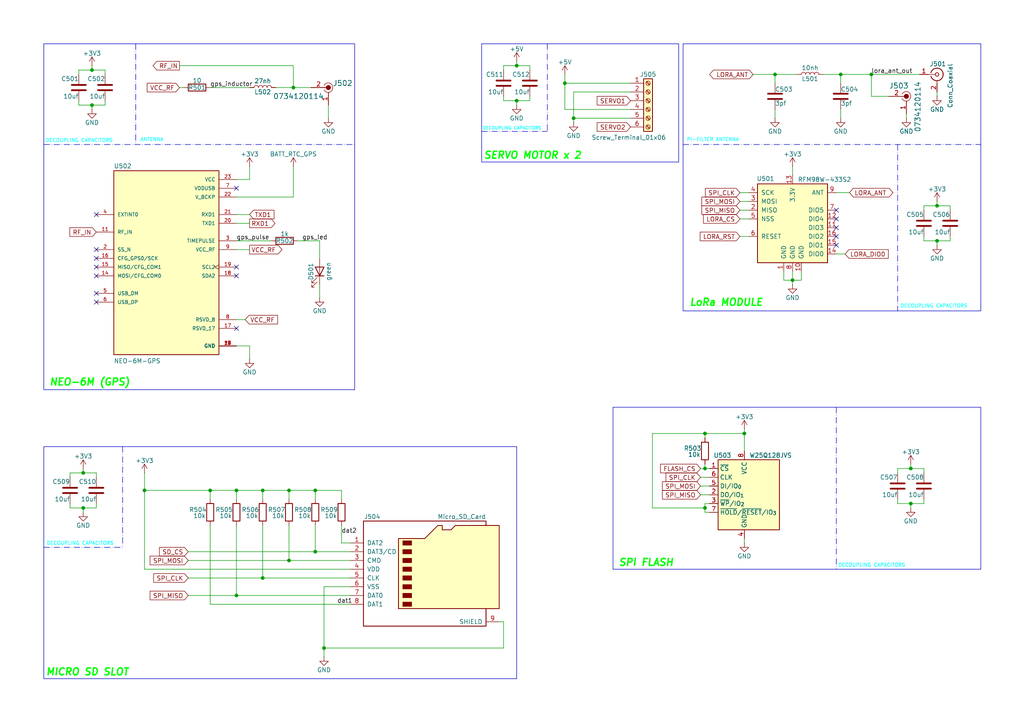
<source format=kicad_sch>
(kicad_sch (version 20250114) (generator "eeschema") (generator_version "9.0")
  (paper "A4")
  (title_block (title "VECTRON-V1") (date "2025-06-13") (rev "1.0.0") (company "Drawn by :- Arudhran"))
  (lib_symbols
    (symbol "Connector:Conn_Coaxial" (pin_names (offset 1.016) (hide yes))
      (property "Reference" "J" (at 0.254 3.048 0))
      (property "Value" "Conn_Coaxial" (at 2.921 0 90))
      (symbol "Conn_Coaxial_0_1"
        (polyline (pts (xy -2.54 0) (xy -0.508 0)))
        (arc (start 1.778 0) (mid 0.222 -1.8079) (end -1.778 -0.508) (stroke (width 0.254)))
        (arc (start -1.778 0.508) (mid 0.2221 1.8084) (end 1.778 0) (stroke (width 0.254)))
        (circle (center 0 0) (radius 0.508) (stroke (width 0.2032)))
        (polyline (pts (xy 0 -2.54) (xy 0 -1.778)))
      )
      (symbol "Conn_Coaxial_1_1"
        (pin passive line (at -5.08 0 0) (length 2.54) (name "In") (number "1"))
        (pin passive line (at 0 -5.08 90) (length 2.54) (name "Ext") (number "2"))
      )
    )
    (symbol "Connector:Micro_SD_Card" (pin_names (offset 1.016))
      (property "Reference" "J" (at -16.51 15.24 0))
      (property "Value" "Micro_SD_Card" (at 16.51 15.24 0))
      (symbol "Micro_SD_Card_0_1"
        (polyline (pts (xy -8.89 -11.43) (xy -8.89 8.89) (xy -1.27 8.89) (xy 2.54 12.7) (xy 3.81 12.7) (xy 3.81 11.43) (xy 6.35 11.43) (xy 7.62 12.7) (xy 20.32 12.7) (xy 20.32 -11.43) (xy -8.89 -11.43)) (stroke (width 0.254)) (fill (type background)))
        (rectangle (start -7.62 8.255) (end -5.08 6.985) (fill (type outline)))
        (rectangle (start -7.62 5.715) (end -5.08 4.445) (fill (type outline)))
        (rectangle (start -7.62 3.175) (end -5.08 1.905) (fill (type outline)))
        (rectangle (start -7.62 0.635) (end -5.08 -0.635) (fill (type outline)))
        (rectangle (start -7.62 -1.905) (end -5.08 -3.175) (fill (type outline)))
        (rectangle (start -7.62 -4.445) (end -5.08 -5.715) (fill (type outline)))
        (rectangle (start -7.62 -6.985) (end -5.08 -8.255) (fill (type outline)))
        (rectangle (start -7.62 -9.525) (end -5.08 -10.795) (fill (type outline)))
        (polyline (pts (xy 16.51 12.7) (xy 16.51 13.97) (xy -19.05 13.97) (xy -19.05 -16.51) (xy 16.51 -16.51) (xy 16.51 -11.43)) (stroke (width 0.254)))
      )
      (symbol "Micro_SD_Card_1_1"
        (pin bidirectional line (at -22.86 7.62 0) (length 3.81) (name "DAT2") (number "1"))
        (pin bidirectional line (at -22.86 5.08 0) (length 3.81) (name "DAT3/CD") (number "2"))
        (pin input line (at -22.86 2.54 0) (length 3.81) (name "CMD") (number "3"))
        (pin power_in line (at -22.86 0 0) (length 3.81) (name "VDD") (number "4"))
        (pin input line (at -22.86 -2.54 0) (length 3.81) (name "CLK") (number "5"))
        (pin power_in line (at -22.86 -5.08 0) (length 3.81) (name "VSS") (number "6"))
        (pin bidirectional line (at -22.86 -7.62 0) (length 3.81) (name "DAT0") (number "7"))
        (pin bidirectional line (at -22.86 -10.16 0) (length 3.81) (name "DAT1") (number "8"))
        (pin passive line (at 20.32 -15.24 180) (length 3.81) (name "SHIELD") (number "9"))
      )
    )
    (symbol "Connector:Screw_Terminal_01x06" (pin_names (offset 1.016) (hide yes))
      (property "Reference" "J" (at 0 7.62 0))
      (property "Value" "Screw_Terminal_01x06" (at 0 -10.16 0))
      (symbol "Screw_Terminal_01x06_1_1"
        (rectangle (start -1.27 6.35) (end 1.27 -8.89) (stroke (width 0.254)) (fill (type background)))
        (polyline (pts (xy -0.5334 5.4102) (xy 0.3302 4.572)) (stroke (width 0.1524)))
        (polyline (pts (xy -0.5334 2.8702) (xy 0.3302 2.032)) (stroke (width 0.1524)))
        (polyline (pts (xy -0.5334 0.3302) (xy 0.3302 -0.508)) (stroke (width 0.1524)))
        (polyline (pts (xy -0.5334 -2.2098) (xy 0.3302 -3.048)) (stroke (width 0.1524)))
        (polyline (pts (xy -0.5334 -4.7498) (xy 0.3302 -5.588)) (stroke (width 0.1524)))
        (polyline (pts (xy -0.5334 -7.2898) (xy 0.3302 -8.128)) (stroke (width 0.1524)))
        (polyline (pts (xy -0.3556 5.588) (xy 0.508 4.7498)) (stroke (width 0.1524)))
        (polyline (pts (xy -0.3556 3.048) (xy 0.508 2.2098)) (stroke (width 0.1524)))
        (polyline (pts (xy -0.3556 0.508) (xy 0.508 -0.3302)) (stroke (width 0.1524)))
        (polyline (pts (xy -0.3556 -2.032) (xy 0.508 -2.8702)) (stroke (width 0.1524)))
        (polyline (pts (xy -0.3556 -4.572) (xy 0.508 -5.4102)) (stroke (width 0.1524)))
        (polyline (pts (xy -0.3556 -7.112) (xy 0.508 -7.9502)) (stroke (width 0.1524)))
        (circle (center 0 5.08) (radius 0.635) (stroke (width 0.1524)))
        (circle (center 0 2.54) (radius 0.635) (stroke (width 0.1524)))
        (circle (center 0 0) (radius 0.635) (stroke (width 0.1524)))
        (circle (center 0 -2.54) (radius 0.635) (stroke (width 0.1524)))
        (circle (center 0 -5.08) (radius 0.635) (stroke (width 0.1524)))
        (circle (center 0 -7.62) (radius 0.635) (stroke (width 0.1524)))
        (pin passive line (at -5.08 5.08 0) (length 3.81) (name "Pin_1") (number "1"))
        (pin passive line (at -5.08 2.54 0) (length 3.81) (name "Pin_2") (number "2"))
        (pin passive line (at -5.08 0 0) (length 3.81) (name "Pin_3") (number "3"))
        (pin passive line (at -5.08 -2.54 0) (length 3.81) (name "Pin_4") (number "4"))
        (pin passive line (at -5.08 -5.08 0) (length 3.81) (name "Pin_5") (number "5"))
        (pin passive line (at -5.08 -7.62 0) (length 3.81) (name "Pin_6") (number "6"))
      )
    )
    (symbol "Device:C" (pin_numbers (hide yes)) (pin_names (offset 0.254))
      (property "Reference" "C" (at 0.635 2.54 0))
      (property "Value" "C" (at 0.635 -2.54 0))
      (symbol "C_0_1"
        (polyline (pts (xy -2.032 0.762) (xy 2.032 0.762)) (stroke (width 0.508)))
        (polyline (pts (xy -2.032 -0.762) (xy 2.032 -0.762)) (stroke (width 0.508)))
      )
      (symbol "C_1_1"
        (pin passive line (at 0 3.81 270) (length 2.794) (name "~") (number "1"))
        (pin passive line (at 0 -3.81 90) (length 2.794) (name "~") (number "2"))
      )
    )
    (symbol "Device:L" (pin_numbers (hide yes)) (pin_names (offset 1.016) (hide yes))
      (property "Reference" "L" (at -1.27 0 90))
      (property "Value" "L" (at 1.905 0 90))
      (symbol "L_0_1"
        (arc (start 0 2.54) (mid 0.6323 1.905) (end 0 1.27))
        (arc (start 0 1.27) (mid 0.6323 0.635) (end 0 0))
        (arc (start 0 0) (mid 0.6323 -0.635) (end 0 -1.27))
        (arc (start 0 -1.27) (mid 0.6323 -1.905) (end 0 -2.54))
      )
      (symbol "L_1_1"
        (pin passive line (at 0 3.81 270) (length 1.27) (name "1") (number "1"))
        (pin passive line (at 0 -3.81 90) (length 1.27) (name "2") (number "2"))
      )
    )
    (symbol "Device:LED" (pin_numbers (hide yes)) (pin_names (offset 1.016) (hide yes))
      (property "Reference" "D" (at 0 2.54 0))
      (property "Value" "LED" (at 0 -2.54 0))
      (symbol "LED_0_1"
        (polyline (pts (xy -3.048 -0.762) (xy -4.572 -2.286) (xy -3.81 -2.286) (xy -4.572 -2.286) (xy -4.572 -1.524)))
        (polyline (pts (xy -1.778 -0.762) (xy -3.302 -2.286) (xy -2.54 -2.286) (xy -3.302 -2.286) (xy -3.302 -1.524)))
        (polyline (pts (xy -1.27 0) (xy 1.27 0)))
        (polyline (pts (xy -1.27 -1.27) (xy -1.27 1.27)) (stroke (width 0.254)))
        (polyline (pts (xy 1.27 -1.27) (xy 1.27 1.27) (xy -1.27 0) (xy 1.27 -1.27)) (stroke (width 0.254)))
      )
      (symbol "LED_1_1"
        (pin passive line (at -3.81 0 0) (length 2.54) (name "K") (number "1"))
        (pin passive line (at 3.81 0 180) (length 2.54) (name "A") (number "2"))
      )
    )
    (symbol "Device:R" (pin_numbers (hide yes)) (pin_names (offset 0))
      (property "Reference" "R" (at 2.032 0 90))
      (property "Value" "R" (at 0 0 90))
      (symbol "R_0_1"
        (rectangle (start -1.016 -2.54) (end 1.016 2.54) (stroke (width 0.254)))
      )
      (symbol "R_1_1"
        (pin passive line (at 0 3.81 270) (length 1.27) (name "~") (number "1"))
        (pin passive line (at 0 -3.81 90) (length 1.27) (name "~") (number "2"))
      )
    )
    (symbol "Memory_Flash:W25Q128JVS"
      (property "Reference" "U" (at -6.35 11.43 0))
      (property "Value" "W25Q128JVS" (at 7.62 11.43 0))
      (symbol "W25Q128JVS_0_1"
        (rectangle (start -7.62 10.16) (end 10.16 -10.16) (stroke (width 0.254)) (fill (type background)))
      )
      (symbol "W25Q128JVS_1_1"
        (pin input line (at -10.16 7.62 0) (length 2.54) (name "~{CS}") (number "1"))
        (pin input line (at -10.16 5.08 0) (length 2.54) (name "CLK") (number "6"))
        (pin bidirectional line (at -10.16 2.54 0) (length 2.54) (name "DI/IO_{0}") (number "5"))
        (pin bidirectional line (at -10.16 0 0) (length 2.54) (name "DO/IO_{1}") (number "2"))
        (pin bidirectional line (at -10.16 -2.54 0) (length 2.54) (name "~{WP}/IO_{2}") (number "3"))
        (pin bidirectional line (at -10.16 -5.08 0) (length 2.54) (name "~{HOLD}/~{RESET}/IO_{3}") (number "7"))
        (pin power_in line (at 0 12.7 270) (length 2.54) (name "VCC") (number "8"))
        (pin power_in line (at 0 -12.7 90) (length 2.54) (name "GND") (number "4"))
      )
    )
    (symbol "NEO-6M-GPS:NEO-6M-GPS" (pin_names (offset 1.016))
      (property "Reference" "U" (at -15.2439 26.0408 0))
      (property "Value" "NEO-6M-GPS" (at -15.2445 -30.4874 0))
      (symbol "NEO-6M-GPS_0_0"
        (rectangle (start -15.24 -27.94) (end 15.24 25.4) (stroke (width 0.254)) (fill (type background)))
        (pin input line (at -20.32 12.7 0) (length 5.08) (name "EXTINT0") (number "4"))
        (pin input line (at -20.32 7.62 0) (length 5.08) (name "RF_IN") (number "11"))
        (pin input line (at -20.32 2.54 0) (length 5.08) (name "SS_N") (number "2"))
        (pin input line (at -20.32 0 0) (length 5.08) (name "CFG_GPS0/SCK") (number "16"))
        (pin input line (at -20.32 -2.54 0) (length 5.08) (name "MISO/CFG_COM1") (number "15"))
        (pin bidirectional line (at -20.32 -5.08 0) (length 5.08) (name "MOSI/CFG_COM0") (number "14"))
        (pin bidirectional line (at -20.32 -10.16 0) (length 5.08) (name "USB_DM") (number "5"))
        (pin bidirectional line (at -20.32 -12.7 0) (length 5.08) (name "USB_DP") (number "6"))
        (pin power_in line (at 20.32 22.86 180) (length 5.08) (name "VCC") (number "23"))
        (pin power_in line (at 20.32 20.32 180) (length 5.08) (name "VDDUSB") (number "7"))
        (pin power_in line (at 20.32 17.78 180) (length 5.08) (name "V_BCKP") (number "22"))
        (pin input line (at 20.32 12.7 180) (length 5.08) (name "RXD1") (number "21"))
        (pin output line (at 20.32 10.16 180) (length 5.08) (name "TXD1") (number "20"))
        (pin output line (at 20.32 5.08 180) (length 5.08) (name "TIMEPULSE") (number "3"))
        (pin output line (at 20.32 2.54 180) (length 5.08) (name "VCC_RF") (number "9"))
        (pin bidirectional clock (at 20.32 -2.54 180) (length 5.08) (name "SCL2") (number "19"))
        (pin bidirectional line (at 20.32 -5.08 180) (length 5.08) (name "SDA2") (number "18"))
        (pin passive line (at 20.32 -17.78 180) (length 5.08) (name "RSVD_8") (number "8"))
        (pin passive line (at 20.32 -20.32 180) (length 5.08) (name "RSVD_17") (number "17"))
        (pin power_in line (at 20.32 -25.4 180) (length 5.08) (name "GND") (number "10"))
        (pin power_in line (at 20.32 -25.4 180) (length 5.08) (name "GND") (number "12"))
        (pin power_in line (at 20.32 -25.4 180) (length 5.08) (name "GND") (number "13"))
        (pin power_in line (at 20.32 -25.4 180) (length 5.08) (name "GND") (number "24"))
      )
    )
    (symbol "RF_Module:RFM98W-433S2" (pin_names (offset 1.016))
      (property "Reference" "U" (at -10.414 11.684 0))
      (property "Value" "RFM98W-433S2" (at 1.524 11.43 0))
      (symbol "RFM98W-433S2_0_1"
        (rectangle (start -10.16 10.16) (end 10.16 -12.7) (stroke (width 0.254)) (fill (type background)))
      )
      (symbol "RFM98W-433S2_1_1"
        (pin input line (at -12.7 7.62 0) (length 2.54) (name "SCK") (number "4"))
        (pin input line (at -12.7 5.08 0) (length 2.54) (name "MOSI") (number "3"))
        (pin output line (at -12.7 2.54 0) (length 2.54) (name "MISO") (number "2"))
        (pin input line (at -12.7 0 0) (length 2.54) (name "NSS") (number "5"))
        (pin bidirectional line (at -12.7 -5.08 0) (length 2.54) (name "RESET") (number "6"))
        (pin power_in line (at -2.54 -15.24 90) (length 2.54) (name "GND") (number "1"))
        (pin power_in line (at 0 12.7 270) (length 2.54) (name "3.3V") (number "13"))
        (pin power_in line (at 0 -15.24 90) (length 2.54) (name "GND") (number "8"))
        (pin power_in line (at 2.54 -15.24 90) (length 2.54) (name "GND") (number "10"))
        (pin bidirectional line (at 12.7 7.62 180) (length 2.54) (name "ANT") (number "9"))
        (pin bidirectional line (at 12.7 2.54 180) (length 2.54) (name "DIO5") (number "7"))
        (pin bidirectional line (at 12.7 0 180) (length 2.54) (name "DIO4") (number "12"))
        (pin bidirectional line (at 12.7 -2.54 180) (length 2.54) (name "DIO3") (number "11"))
        (pin bidirectional line (at 12.7 -5.08 180) (length 2.54) (name "DIO2") (number "16"))
        (pin bidirectional line (at 12.7 -7.62 180) (length 2.54) (name "DIO1") (number "15"))
        (pin bidirectional line (at 12.7 -10.16 180) (length 2.54) (name "DIO0") (number "14"))
      )
    )
    (symbol "dk_Coaxial-Connectors-RF:0734120114" (pin_names (offset 1.016))
      (property "Reference" "J" (at -1.27 1.27 0))
      (property "Value" "0734120114" (at 1.27 -2.54 0))
      (symbol "0734120114_0_1"
        (circle (center 0 0) (radius 0.635) (fill (type outline)))
        (arc (start 1.27 -0.635) (mid -0.2751 -1.349) (end -1.27 0))
        (arc (start -1.27 0) (mid -0.251 1.3315) (end 1.27 0.635))
      )
      (symbol "0734120114_1_1"
        (pin passive line (at 0 -5.08 90) (length 3.683) (name "~") (number "1"))
        (pin passive line (at 5.08 0 180) (length 4.445) (name "~") (number "2"))
      )
    )
    (symbol "power:+3V3" (power) (pin_numbers (hide yes)) (pin_names (offset 0) (hide yes))
      (property "Value" "+3V3" (at 0 3.556 0))
      (symbol "+3V3_0_1"
        (polyline (pts (xy -0.762 1.27) (xy 0 2.54)))
        (polyline (pts (xy 0 2.54) (xy 0.762 1.27)))
        (polyline (pts (xy 0 0) (xy 0 2.54)))
      )
      (symbol "+3V3_1_1"
        (pin power_in line (at 0 0 90) (length 0) (name "~") (number "1"))
      )
    )
    (symbol "power:+5V" (power) (pin_numbers (hide yes)) (pin_names (offset 0) (hide yes))
      (property "Value" "+5V" (at 0 3.556 0))
      (symbol "+5V_0_1"
        (polyline (pts (xy -0.762 1.27) (xy 0 2.54)))
        (polyline (pts (xy 0 2.54) (xy 0.762 1.27)))
        (polyline (pts (xy 0 0) (xy 0 2.54)))
      )
      (symbol "+5V_1_1"
        (pin power_in line (at 0 0 90) (length 0) (name "~") (number "1"))
      )
    )
    (symbol "power:GND" (power) (pin_numbers (hide yes)) (pin_names (offset 0) (hide yes))
      (property "Value" "GND" (at 0 -3.81 0))
      (symbol "GND_0_1"
        (polyline (pts (xy 0 0) (xy 0 -1.27) (xy 1.27 -1.27) (xy 0 -2.54) (xy -1.27 -1.27) (xy 0 -1.27)))
      )
      (symbol "GND_1_1"
        (pin power_in line (at 0 0 270) (length 0) (name "~") (number "1"))
      )
    )
    (symbol "power:VBUS" (power) (pin_numbers (hide yes)) (pin_names (offset 0) (hide yes))
      (property "Value" "VBUS" (at 0 3.556 0))
      (symbol "VBUS_0_1"
        (polyline (pts (xy -0.762 1.27) (xy 0 2.54)))
        (polyline (pts (xy 0 2.54) (xy 0.762 1.27)))
        (polyline (pts (xy 0 0) (xy 0 2.54)))
      )
      (symbol "VBUS_1_1"
        (pin power_in line (at 0 0 90) (length 0) (name "~") (number "1"))
      )
    )
  )
  (rectangle (start 139.7 12.7) (end 196.85 46.99))
  (rectangle (start 12.7 12.7) (end 102.87 113.03))
  (rectangle (start 12.7 129.54) (end 149.86 196.85))
  (rectangle (start 177.8 118.11) (end 284.48 165.1))
  (rectangle (start 198.12 12.7) (end 284.48 90.17))
  (text "DECOUPLING CAPACITORS" (at 13.462 157.734 0) (effects (font (size 1.016 1.016)) (justify left)))
  (text "LoRa MODULE" (at 199.898 87.884 0) (effects (font (size 2.032 2.032) (bold yes) (italic yes)) (justify left)))
  (text "DECOUPLING CAPACITORS" (at 243.078 164.084 0) (effects (font (size 1.016 1.016)) (justify left)))
  (text "MICRO SD SLOT\n" (at 13.208 195.072 0) (effects (font (size 2.032 2.032) (bold yes) (italic yes)) (justify left)))
  (text "DECOUPLING CAPACITORS" (at 261.112 88.9 0) (effects (font (size 1.016 1.016)) (justify left)))
  (text "PI-FILTER ANTENNA" (at 199.136 40.64 0) (effects (font (size 1.016 1.016)) (justify left)))
  (text "NEO-6M (GPS)" (at 14.224 110.998 0) (effects (font (size 2.032 2.032) (bold yes) (italic yes)) (justify left)))
  (text "SERVO MOTOR x 2\n" (at 140.208 45.212 0) (effects (font (size 2.032 2.032) (bold yes) (italic yes)) (justify left)))
  (text "DECOUPLING CAPACITORS" (at 139.954 37.338 0) (effects (font (size 0.889 0.889)) (justify left)))
  (text "DECOUPLING CAPACITORS" (at 13.208 40.894 0) (effects (font (size 1.016 1.016)) (justify left)))
  (text "ANTENNA\n" (at 40.64 40.64 0) (effects (font (size 1.016 1.016)) (justify left)))
  (text "SPI FLASH" (at 179.324 163.322 0) (effects (font (size 2.032 2.032) (bold yes) (italic yes)) (justify left)))
  (junction (at 204.47 135.89))
  (junction (at 60.96 142.24))
  (junction (at 26.67 20.32))
  (junction (at 215.9 125.73))
  (junction (at 243.84 21.59))
  (junction (at 26.67 30.48))
  (junction (at 85.09 25.4))
  (junction (at 41.91 142.24))
  (junction (at 264.16 146.05))
  (junction (at 149.86 29.21))
  (junction (at 271.78 69.85))
  (junction (at 149.86 19.05))
  (junction (at 76.2 142.24))
  (junction (at 163.83 24.13))
  (junction (at 83.82 142.24))
  (junction (at 204.47 147.32))
  (junction (at 68.58 142.24))
  (junction (at 83.82 162.56))
  (junction (at 271.78 59.69))
  (junction (at 93.98 187.96))
  (junction (at 229.87 81.28))
  (junction (at 68.58 172.72))
  (junction (at 91.44 160.02))
  (junction (at 166.37 34.29))
  (junction (at 24.13 147.32))
  (junction (at 24.13 137.16))
  (junction (at 91.44 142.24))
  (junction (at 264.16 135.89))
  (junction (at 204.47 125.73))
  (junction (at 76.2 167.64))
  (junction (at 252.73 21.59))
  (junction (at 224.79 21.59))
  (no_connect (at 68.58 54.61))
  (no_connect (at 27.94 74.93))
  (no_connect (at 27.94 85.09))
  (no_connect (at 27.94 80.01))
  (no_connect (at 242.57 66.04))
  (no_connect (at 242.57 71.12))
  (no_connect (at 242.57 68.58))
  (no_connect (at 68.58 95.25))
  (no_connect (at 68.58 80.01))
  (no_connect (at 242.57 63.5))
  (no_connect (at 27.94 62.23))
  (no_connect (at 27.94 77.47))
  (no_connect (at 27.94 72.39))
  (no_connect (at 68.58 77.47))
  (no_connect (at 242.57 60.96))
  (no_connect (at 27.94 87.63))
  (wire (pts (xy 41.91 137.16) (xy 41.91 142.24)))
  (wire (pts (xy 24.13 137.16) (xy 27.94 137.16)))
  (wire (pts (xy 203.2 140.97) (xy 205.74 140.97)))
  (wire (pts (xy 243.84 31.75) (xy 243.84 34.29)))
  (wire (pts (xy 24.13 147.32) (xy 27.94 147.32)))
  (wire (pts (xy 166.37 34.29) (xy 166.37 35.56)))
  (polyline (pts (xy 35.56 129.54) (xy 35.56 158.75)) (stroke (width 0) (type dash_dot)))
  (wire (pts (xy 85.09 25.4) (xy 90.17 25.4)))
  (wire (pts (xy 68.58 69.85) (xy 78.74 69.85)))
  (wire (pts (xy 264.16 135.89) (xy 267.97 135.89)))
  (wire (pts (xy 30.48 29.21) (xy 30.48 30.48)))
  (wire (pts (xy 252.73 27.94) (xy 257.81 27.94)))
  (wire (pts (xy 149.86 29.21) (xy 149.86 30.48)))
  (wire (pts (xy 146.05 29.21) (xy 149.86 29.21)))
  (wire (pts (xy 85.09 19.05) (xy 85.09 25.4)))
  (wire (pts (xy 146.05 187.96) (xy 93.98 187.96)))
  (polyline (pts (xy 12.7 158.75) (xy 35.56 158.75)) (stroke (width 0) (type dash_dot)))
  (wire (pts (xy 204.47 146.05) (xy 204.47 147.32)))
  (wire (pts (xy 229.87 82.55) (xy 229.87 81.28)))
  (wire (pts (xy 26.67 30.48) (xy 30.48 30.48)))
  (wire (pts (xy 149.86 29.21) (xy 153.67 29.21)))
  (wire (pts (xy 232.41 78.74) (xy 232.41 81.28)))
  (wire (pts (xy 215.9 156.21) (xy 215.9 157.48)))
  (wire (pts (xy 93.98 187.96) (xy 93.98 190.5)))
  (wire (pts (xy 204.47 134.62) (xy 204.47 135.89)))
  (wire (pts (xy 68.58 57.15) (xy 85.09 57.15)))
  (wire (pts (xy 214.63 63.5) (xy 217.17 63.5)))
  (wire (pts (xy 101.6 170.18) (xy 93.98 170.18)))
  (wire (pts (xy 83.82 142.24) (xy 91.44 142.24)))
  (wire (pts (xy 20.32 146.05) (xy 20.32 147.32)))
  (wire (pts (xy 215.9 124.46) (xy 215.9 125.73)))
  (wire (pts (xy 54.61 160.02) (xy 91.44 160.02)))
  (wire (pts (xy 218.44 21.59) (xy 224.79 21.59)))
  (wire (pts (xy 54.61 167.64) (xy 76.2 167.64)))
  (wire (pts (xy 214.63 60.96) (xy 217.17 60.96)))
  (wire (pts (xy 91.44 142.24) (xy 99.06 142.24)))
  (wire (pts (xy 22.86 20.32) (xy 26.67 20.32)))
  (wire (pts (xy 204.47 135.89) (xy 205.74 135.89)))
  (wire (pts (xy 149.86 19.05) (xy 146.05 19.05)))
  (wire (pts (xy 72.39 52.07) (xy 72.39 48.26)))
  (wire (pts (xy 163.83 24.13) (xy 182.88 24.13)))
  (wire (pts (xy 86.36 69.85) (xy 92.71 69.85)))
  (wire (pts (xy 146.05 180.34) (xy 146.05 187.96)))
  (wire (pts (xy 224.79 21.59) (xy 231.14 21.59)))
  (polyline (pts (xy 139.7 38.1) (xy 158.75 38.1)) (stroke (width 0) (type dash_dot)))
  (wire (pts (xy 22.86 20.32) (xy 22.86 21.59)))
  (wire (pts (xy 68.58 100.33) (xy 72.39 100.33)))
  (wire (pts (xy 22.86 29.21) (xy 22.86 30.48)))
  (wire (pts (xy 242.57 73.66) (xy 245.11 73.66)))
  (wire (pts (xy 85.09 48.26) (xy 85.09 57.15)))
  (wire (pts (xy 203.2 143.51) (xy 205.74 143.51)))
  (wire (pts (xy 91.44 152.4) (xy 91.44 160.02)))
  (wire (pts (xy 83.82 152.4) (xy 83.82 162.56)))
  (wire (pts (xy 204.47 125.73) (xy 204.47 127)))
  (wire (pts (xy 267.97 135.89) (xy 267.97 137.16)))
  (wire (pts (xy 189.23 125.73) (xy 204.47 125.73)))
  (wire (pts (xy 149.86 17.78) (xy 149.86 19.05)))
  (wire (pts (xy 242.57 55.88) (xy 246.38 55.88)))
  (wire (pts (xy 68.58 62.23) (xy 72.39 62.23)))
  (wire (pts (xy 24.13 135.89) (xy 24.13 137.16)))
  (wire (pts (xy 68.58 172.72) (xy 101.6 172.72)))
  (wire (pts (xy 27.94 146.05) (xy 27.94 147.32)))
  (wire (pts (xy 271.78 58.42) (xy 271.78 59.69)))
  (wire (pts (xy 24.13 147.32) (xy 24.13 148.59)))
  (wire (pts (xy 20.32 137.16) (xy 24.13 137.16)))
  (wire (pts (xy 146.05 29.21) (xy 146.05 27.94)))
  (wire (pts (xy 275.59 59.69) (xy 275.59 60.96)))
  (wire (pts (xy 264.16 134.62) (xy 264.16 135.89)))
  (wire (pts (xy 83.82 142.24) (xy 83.82 144.78)))
  (wire (pts (xy 20.32 147.32) (xy 24.13 147.32)))
  (wire (pts (xy 153.67 19.05) (xy 153.67 20.32)))
  (wire (pts (xy 189.23 147.32) (xy 189.23 125.73)))
  (polyline (pts (xy 198.12 41.91) (xy 284.48 41.91)) (stroke (width 0) (type dash_dot)))
  (wire (pts (xy 271.78 69.85) (xy 271.78 71.12)))
  (wire (pts (xy 26.67 30.48) (xy 26.67 31.75)))
  (wire (pts (xy 260.35 135.89) (xy 260.35 137.16)))
  (wire (pts (xy 54.61 162.56) (xy 83.82 162.56)))
  (wire (pts (xy 166.37 26.67) (xy 166.37 34.29)))
  (wire (pts (xy 60.96 142.24) (xy 60.96 144.78)))
  (wire (pts (xy 26.67 20.32) (xy 30.48 20.32)))
  (wire (pts (xy 68.58 142.24) (xy 76.2 142.24)))
  (wire (pts (xy 68.58 92.71) (xy 71.12 92.71)))
  (wire (pts (xy 76.2 142.24) (xy 76.2 144.78)))
  (wire (pts (xy 227.33 78.74) (xy 227.33 81.28)))
  (wire (pts (xy 260.35 144.78) (xy 260.35 146.05)))
  (wire (pts (xy 72.39 100.33) (xy 72.39 104.14)))
  (wire (pts (xy 214.63 58.42) (xy 217.17 58.42)))
  (wire (pts (xy 92.71 69.85) (xy 92.71 74.93)))
  (wire (pts (xy 252.73 21.59) (xy 252.73 27.94)))
  (wire (pts (xy 95.25 30.48) (xy 95.25 34.29)))
  (wire (pts (xy 163.83 24.13) (xy 163.83 31.75)))
  (wire (pts (xy 227.33 81.28) (xy 229.87 81.28)))
  (wire (pts (xy 264.16 146.05) (xy 264.16 147.32)))
  (wire (pts (xy 163.83 31.75) (xy 182.88 31.75)))
  (wire (pts (xy 68.58 142.24) (xy 68.58 144.78)))
  (wire (pts (xy 205.74 146.05) (xy 204.47 146.05)))
  (wire (pts (xy 271.78 69.85) (xy 275.59 69.85)))
  (wire (pts (xy 163.83 21.59) (xy 163.83 24.13)))
  (wire (pts (xy 99.06 142.24) (xy 99.06 144.78)))
  (wire (pts (xy 99.06 157.48) (xy 101.6 157.48)))
  (wire (pts (xy 267.97 144.78) (xy 267.97 146.05)))
  (wire (pts (xy 22.86 30.48) (xy 26.67 30.48)))
  (wire (pts (xy 224.79 31.75) (xy 224.79 34.29)))
  (wire (pts (xy 232.41 81.28) (xy 229.87 81.28)))
  (wire (pts (xy 203.2 138.43) (xy 205.74 138.43)))
  (polyline (pts (xy 260.35 41.91) (xy 260.35 90.17)) (stroke (width 0) (type dash_dot)))
  (wire (pts (xy 41.91 142.24) (xy 41.91 165.1)))
  (wire (pts (xy 243.84 21.59) (xy 243.84 24.13)))
  (wire (pts (xy 146.05 180.34) (xy 144.78 180.34)))
  (wire (pts (xy 99.06 152.4) (xy 99.06 157.48)))
  (wire (pts (xy 229.87 48.26) (xy 229.87 50.8)))
  (wire (pts (xy 76.2 142.24) (xy 83.82 142.24)))
  (wire (pts (xy 204.47 147.32) (xy 204.47 148.59)))
  (wire (pts (xy 76.2 152.4) (xy 76.2 167.64)))
  (wire (pts (xy 101.6 175.26) (xy 60.96 175.26)))
  (wire (pts (xy 80.01 25.4) (xy 85.09 25.4)))
  (wire (pts (xy 214.63 55.88) (xy 217.17 55.88)))
  (wire (pts (xy 229.87 81.28) (xy 229.87 78.74)))
  (wire (pts (xy 76.2 167.64) (xy 101.6 167.64)))
  (wire (pts (xy 275.59 69.85) (xy 275.59 68.58)))
  (wire (pts (xy 68.58 72.39) (xy 72.39 72.39)))
  (wire (pts (xy 52.07 19.05) (xy 85.09 19.05)))
  (polyline (pts (xy 158.75 12.7) (xy 158.75 38.1)) (stroke (width 0) (type dash_dot)))
  (wire (pts (xy 267.97 69.85) (xy 271.78 69.85)))
  (wire (pts (xy 267.97 59.69) (xy 267.97 60.96)))
  (wire (pts (xy 153.67 29.21) (xy 153.67 27.94)))
  (wire (pts (xy 260.35 146.05) (xy 264.16 146.05)))
  (wire (pts (xy 267.97 59.69) (xy 271.78 59.69)))
  (wire (pts (xy 267.97 68.58) (xy 267.97 69.85)))
  (wire (pts (xy 83.82 162.56) (xy 101.6 162.56)))
  (wire (pts (xy 271.78 26.67) (xy 271.78 27.94)))
  (wire (pts (xy 204.47 147.32) (xy 189.23 147.32)))
  (wire (pts (xy 166.37 34.29) (xy 182.88 34.29)))
  (wire (pts (xy 264.16 146.05) (xy 267.97 146.05)))
  (wire (pts (xy 92.71 82.55) (xy 92.71 86.36)))
  (wire (pts (xy 203.2 135.89) (xy 204.47 135.89)))
  (wire (pts (xy 68.58 64.77) (xy 72.39 64.77)))
  (wire (pts (xy 68.58 52.07) (xy 72.39 52.07)))
  (wire (pts (xy 146.05 20.32) (xy 146.05 19.05)))
  (wire (pts (xy 54.61 172.72) (xy 68.58 172.72)))
  (wire (pts (xy 262.89 33.02) (xy 262.89 34.29)))
  (wire (pts (xy 204.47 148.59) (xy 205.74 148.59)))
  (wire (pts (xy 271.78 59.69) (xy 275.59 59.69)))
  (wire (pts (xy 60.96 25.4) (xy 72.39 25.4)))
  (polyline (pts (xy 39.37 12.7) (xy 39.37 41.91)) (stroke (width 0) (type dash_dot)))
  (wire (pts (xy 182.88 26.67) (xy 166.37 26.67)))
  (wire (pts (xy 20.32 137.16) (xy 20.32 138.43)))
  (wire (pts (xy 91.44 142.24) (xy 91.44 144.78)))
  (wire (pts (xy 60.96 175.26) (xy 60.96 152.4)))
  (polyline (pts (xy 12.7 41.91) (xy 102.87 41.91)) (stroke (width 0) (type dash_dot)))
  (wire (pts (xy 26.67 19.05) (xy 26.67 20.32)))
  (wire (pts (xy 41.91 165.1) (xy 101.6 165.1)))
  (wire (pts (xy 215.9 125.73) (xy 215.9 130.81)))
  (wire (pts (xy 243.84 21.59) (xy 252.73 21.59)))
  (wire (pts (xy 30.48 20.32) (xy 30.48 21.59)))
  (wire (pts (xy 93.98 170.18) (xy 93.98 187.96)))
  (polyline (pts (xy 242.57 118.11) (xy 242.57 165.1)) (stroke (width 0) (type dash_dot)))
  (wire (pts (xy 224.79 21.59) (xy 224.79 24.13)))
  (wire (pts (xy 68.58 152.4) (xy 68.58 172.72)))
  (wire (pts (xy 204.47 125.73) (xy 215.9 125.73)))
  (wire (pts (xy 238.76 21.59) (xy 243.84 21.59)))
  (wire (pts (xy 149.86 19.05) (xy 153.67 19.05)))
  (wire (pts (xy 91.44 160.02) (xy 101.6 160.02)))
  (wire (pts (xy 52.07 25.4) (xy 53.34 25.4)))
  (wire (pts (xy 41.91 142.24) (xy 60.96 142.24)))
  (wire (pts (xy 214.63 68.58) (xy 217.17 68.58)))
  (wire (pts (xy 60.96 142.24) (xy 68.58 142.24)))
  (wire (pts (xy 252.73 21.59) (xy 266.7 21.59)))
  (wire (pts (xy 260.35 135.89) (xy 264.16 135.89)))
  (wire (pts (xy 27.94 137.16) (xy 27.94 138.43)))
  (label "lora_ant_out" (at 252.73 21.59 0))
  (label "gps_pulse" (at 68.58 69.85 0))
  (label "dat1" (at 97.79 175.26 0))
  (label "gps_led" (at 87.63 69.85 0))
  (label "gps_inductor" (at 60.96 25.4 0))
  (label "dat2" (at 99.06 154.94 0))
  (global_label "RF_IN" (shape input) (at 27.94 67.31 180) (property "Intersheetrefs" "${INTERSHEET_REFS}" (effects (hide yes))))
  (global_label "SPI_MISO" (shape input) (at 214.63 60.96 180) (property "Intersheetrefs" "${INTERSHEET_REFS}" (effects (hide yes))))
  (global_label "SPI_CLK" (shape input) (at 203.2 138.43 180) (property "Intersheetrefs" "${INTERSHEET_REFS}" (effects (hide yes))))
  (global_label "LORA_DIO0" (shape input) (at 245.11 73.66 0) (property "Intersheetrefs" "${INTERSHEET_REFS}" (effects (hide yes))))
  (global_label "FLASH_CS" (shape input) (at 203.2 135.89 180) (property "Intersheetrefs" "${INTERSHEET_REFS}" (effects (hide yes))))
  (global_label "SPI_MOSI" (shape input) (at 54.61 162.56 180) (property "Intersheetrefs" "${INTERSHEET_REFS}" (effects (hide yes))))
  (global_label "VCC_RF" (shape output) (at 72.39 72.39 0) (property "Intersheetrefs" "${INTERSHEET_REFS}" (effects (hide yes))))
  (global_label "VCC_RF" (shape input) (at 71.12 92.71 0) (property "Intersheetrefs" "${INTERSHEET_REFS}" (effects (hide yes))))
  (global_label "RXD1" (shape output) (at 72.39 64.77 0) (property "Intersheetrefs" "${INTERSHEET_REFS}" (effects (hide yes))))
  (global_label "TXD1" (shape input) (at 72.39 62.23 0) (property "Intersheetrefs" "${INTERSHEET_REFS}" (effects (hide yes))))
  (global_label "SPI_MISO" (shape input) (at 54.61 172.72 180) (property "Intersheetrefs" "${INTERSHEET_REFS}" (effects (hide yes))))
  (global_label "SPI_CLK" (shape input) (at 214.63 55.88 180) (property "Intersheetrefs" "${INTERSHEET_REFS}" (effects (hide yes))))
  (global_label "LORA_RST" (shape input) (at 214.63 68.58 180) (property "Intersheetrefs" "${INTERSHEET_REFS}" (effects (hide yes))))
  (global_label "SPI_MOSI" (shape input) (at 203.2 140.97 180) (property "Intersheetrefs" "${INTERSHEET_REFS}" (effects (hide yes))))
  (global_label "RF_IN" (shape output) (at 52.07 19.05 180) (property "Intersheetrefs" "${INTERSHEET_REFS}" (effects (hide yes))))
  (global_label "LORA_CS" (shape input) (at 214.63 63.5 180) (property "Intersheetrefs" "${INTERSHEET_REFS}" (effects (hide yes))))
  (global_label "VCC_RF" (shape input) (at 52.07 25.4 180) (property "Intersheetrefs" "${INTERSHEET_REFS}" (effects (hide yes))))
  (global_label "SERVO2" (shape input) (at 182.88 36.83 180) (property "Intersheetrefs" "${INTERSHEET_REFS}" (effects (hide yes))))
  (global_label "LORA_ANT" (shape bidirectional) (at 246.38 55.88 0) (property "Intersheetrefs" "${INTERSHEET_REFS}" (effects (hide yes))))
  (global_label "SPI_CLK" (shape input) (at 54.61 167.64 180) (property "Intersheetrefs" "${INTERSHEET_REFS}" (effects (hide yes))))
  (global_label "LORA_ANT" (shape bidirectional) (at 218.44 21.59 180) (property "Intersheetrefs" "${INTERSHEET_REFS}" (effects (hide yes))))
  (global_label "SD_CS" (shape input) (at 54.61 160.02 180) (property "Intersheetrefs" "${INTERSHEET_REFS}" (effects (hide yes))))
  (global_label "SPI_MOSI" (shape input) (at 214.63 58.42 180) (property "Intersheetrefs" "${INTERSHEET_REFS}" (effects (hide yes))))
  (global_label "SERVO1" (shape input) (at 182.88 29.21 180) (property "Intersheetrefs" "${INTERSHEET_REFS}" (effects (hide yes))))
  (global_label "SPI_MISO" (shape input) (at 203.2 143.51 180) (property "Intersheetrefs" "${INTERSHEET_REFS}" (effects (hide yes))))
  (symbol (lib_id "Device:R") (at 82.55 69.85 90) (unit 1)
    (property "Reference" "R502" (at 82.55 69.85 90))
    (property "Value" "1k" (at 82.55 67.818 90))
    (property "Footprint" "Resistor_SMD:R_0603_1608Metric" (effects (hide yes)))
    (property "Description" "Resistor" (effects (hide yes)))
  )
  (symbol (lib_id "Device:C") (at 22.86 25.4 0) (unit 1)
    (property "Reference" "C501" (at 22.86 22.86 0) (effects (justify right)))
    (property "Value" "10uf" (at 22.86 27.94 0) (effects (justify right)))
    (property "Footprint" "Capacitor_SMD:C_0603_1608Metric" (effects (hide yes)))
    (property "Description" "Unpolarized capacitor" (effects (hide yes)))
  )
  (symbol (lib_id "Device:C") (at 153.67 24.13 0) (unit 1)
    (property "Reference" "C512" (at 153.67 21.59 0) (effects (justify right)))
    (property "Value" "10uf" (at 153.67 26.67 0) (effects (justify right)))
    (property "Footprint" "Capacitor_SMD:C_0603_1608Metric" (effects (hide yes)))
    (property "Description" "Unpolarized capacitor" (effects (hide yes)))
  )
  (symbol (lib_id "Device:R") (at 76.2 148.59 180) (unit 1)
    (property "Reference" "R506" (at 75.184 147.828 0) (effects (justify left)))
    (property "Value" "10k" (at 74.93 149.606 0) (effects (justify left)))
    (property "Footprint" "Resistor_SMD:R_0603_1608Metric" (effects (hide yes)))
    (property "Description" "Resistor" (effects (hide yes)))
  )
  (symbol (lib_id "NEO-6M-GPS:NEO-6M-GPS") (at 48.26 74.93 0) (unit 1)
    (property "Reference" "U502" (at 33.0161 48.8892 0) (effects (justify left bottom)))
    (property "Value" "NEO-6M-GPS" (at 33.0155 105.4174 0) (effects (justify left bottom)))
    (property "Footprint" "NEO-6M-GPS:XCVR_NEO-6M-GPS" (effects (hide yes)))
    (property "MF" "u-blox" (effects (hide yes)))
    (property "Description_1" "GPS Development Tools SparkFun GNSS-RTK Dead Reckoning Breakout - ZED-F9K (Qwiic)" (effects (hide yes)))
    (property "Package" "None" (effects (hide yes)))
    (property "Price" "None" (effects (hide yes)))
    (property "Check_prices" "https://www.snapeda.com/parts/NEO-6M-GPS/u-blox/view-part/?ref=eda" (effects (hide yes)))
    (property "STANDARD" "Manufacturer Recommendations" (effects (hide yes)))
    (property "PARTREV" "R15" (effects (hide yes)))
    (property "SnapEDA_Link" "https://www.snapeda.com/parts/NEO-6M-GPS/u-blox/view-part/?ref=snap" (effects (hide yes)))
    (property "MP" "NEO-6M-GPS" (effects (hide yes)))
    (property "Availability" "Not in stock" (effects (hide yes)))
    (property "MANUFACTURER" "U-Blox" (effects (hide yes)))
  )
  (symbol (lib_id "Device:R") (at 68.58 148.59 180) (unit 1)
    (property "Reference" "R505" (at 67.564 147.828 0) (effects (justify left)))
    (property "Value" "10k" (at 67.31 149.606 0) (effects (justify left)))
    (property "Footprint" "Resistor_SMD:R_0603_1608Metric" (effects (hide yes)))
    (property "Description" "Resistor" (effects (hide yes)))
  )
  (symbol (lib_id "Device:R") (at 99.06 148.59 180) (unit 1)
    (property "Reference" "R509" (at 98.044 147.828 0) (effects (justify left)))
    (property "Value" "10k" (at 97.79 149.606 0) (effects (justify left)))
    (property "Footprint" "Resistor_SMD:R_0603_1608Metric" (effects (hide yes)))
    (property "Description" "Resistor" (effects (hide yes)))
  )
  (symbol (lib_id "Device:C") (at 267.97 140.97 0) (unit 1)
    (property "Reference" "C508" (at 267.97 138.43 0) (effects (justify right)))
    (property "Value" "10uf" (at 267.97 143.51 0) (effects (justify right)))
    (property "Footprint" "Capacitor_SMD:C_0603_1608Metric" (effects (hide yes)))
    (property "Description" "Unpolarized capacitor" (effects (hide yes)))
  )
  (symbol (lib_id "RF_Module:RFM98W-433S2") (at 229.87 63.5 0) (unit 1)
    (property "Reference" "U501" (at 219.456 51.816 0) (effects (justify left)))
    (property "Value" "RFM98W-433S2" (at 231.394 52.07 0) (effects (justify left)))
    (property "Footprint" "RF_Module:HOPERF_RFM9XW_SMD" (effects (hide yes)))
    (property "Datasheet" "https://www.hoperf.com/data/upload/portal/20181127/5bfcdb5e17543.pdf" (effects (hide yes)))
    (property "Description" "Low power long range transceiver module, SPI and parallel interface, 433 MHz, spreading factor 6 to12, bandwidth 7.8 to 500kHz, -111 to -148 dBm, SMD-16, DIP-16" (effects (hide yes)))
  )
  (symbol (lib_id "power:GND") (at 72.39 104.14 0) (unit 1)
    (property "Reference" "#PWR0515" (effects (hide yes)))
    (property "Value" "GND" (at 72.39 107.95 0))
    (property "Description" "Power symbol creates a global label with name \"GND\" , ground" (effects (hide yes)))
  )
  (symbol (lib_id "power:+3V3") (at 41.91 137.16 0) (unit 1)
    (property "Reference" "#PWR0519" (effects (hide yes)))
    (property "Value" "+3V3" (at 41.91 133.604 0))
    (property "Description" "Power symbol creates a global label with name \"+3V3\"" (effects (hide yes)))
  )
  (symbol (lib_id "power:+5V") (at 149.86 17.78 0) (unit 1)
    (property "Reference" "#PWR0524" (effects (hide yes)))
    (property "Value" "+5V" (at 149.86 14.224 0))
    (property "Description" "Power symbol creates a global label with name \"+5V\"" (effects (hide yes)))
  )
  (symbol (lib_id "power:+3V3") (at 271.78 58.42 0) (unit 1)
    (property "Reference" "#PWR0511" (effects (hide yes)))
    (property "Value" "+3V3" (at 271.78 54.864 0))
    (property "Description" "Power symbol creates a global label with name \"+3V3\"" (effects (hide yes)))
  )
  (symbol (lib_id "power:GND") (at 166.37 35.56 0) (unit 1)
    (property "Reference" "#PWR0525" (effects (hide yes)))
    (property "Value" "GND" (at 166.37 39.37 0))
    (property "Description" "Power symbol creates a global label with name \"GND\" , ground" (effects (hide yes)))
  )
  (symbol (lib_id "power:GND") (at 24.13 148.59 0) (unit 1)
    (property "Reference" "#PWR0521" (effects (hide yes)))
    (property "Value" "GND" (at 24.13 152.4 0))
    (property "Description" "Power symbol creates a global label with name \"GND\" , ground" (effects (hide yes)))
  )
  (symbol (lib_id "Device:L") (at 76.2 25.4 90) (unit 1)
    (property "Reference" "L502" (at 76.2 26.67 90))
    (property "Value" "27nh" (at 76.2 23.495 90))
    (property "Footprint" "Inductor_SMD:L_0402_1005Metric" (effects (hide yes)))
    (property "Description" "Inductor" (effects (hide yes)))
  )
  (symbol (lib_id "power:GND") (at 26.67 31.75 0) (unit 1)
    (property "Reference" "#PWR0503" (effects (hide yes)))
    (property "Value" "GND" (at 26.67 35.56 0))
    (property "Description" "Power symbol creates a global label with name \"GND\" , ground" (effects (hide yes)))
  )
  (symbol (lib_id "Device:C") (at 146.05 24.13 0) (unit 1)
    (property "Reference" "C511" (at 146.05 21.59 0) (effects (justify right)))
    (property "Value" "10uf" (at 146.05 26.67 0) (effects (justify right)))
    (property "Footprint" "Capacitor_SMD:C_0603_1608Metric" (effects (hide yes)))
    (property "Description" "Unpolarized capacitor" (effects (hide yes)))
  )
  (symbol (lib_id "power:+3V3") (at 215.9 124.46 0) (unit 1)
    (property "Reference" "#PWR0516" (effects (hide yes)))
    (property "Value" "+3V3" (at 215.9 120.904 0))
    (property "Description" "Power symbol creates a global label with name \"+3V3\"" (effects (hide yes)))
  )
  (symbol (lib_id "Memory_Flash:W25Q128JVS") (at 215.9 143.51 0) (unit 1)
    (property "Reference" "U503" (at 209.55 132.08 0))
    (property "Value" "W25Q128JVS" (at 223.52 132.08 0))
    (property "Footprint" "Package_SO:SOIC-8_5.3x5.3mm_P1.27mm" (effects (hide yes)))
    (property "Datasheet" "https://www.winbond.com/resource-files/w25q128jv_dtr%20revc%2003272018%20plus.pdf" (effects (hide yes)))
    (property "Description" "128Mbit / 16MiB Serial Flash Memory, Standard/Dual/Quad SPI, 2.7-3.6V, SOIC-8" (effects (hide yes)))
  )
  (symbol (lib_id "Connector:Conn_Coaxial") (at 271.78 21.59 0) (unit 1)
    (property "Reference" "J501" (at 272.034 18.542 0))
    (property "Value" "Conn_Coaxial" (at 275.59 24.892 90))
    (property "Footprint" "Connector_Coaxial:SMA_Amphenol_901-143_Horizontal" (effects (hide yes)))
    (property "Description" "coaxial connector (BNC, SMA, SMB, SMC, Cinch/RCA, LEMO, ...)" (effects (hide yes)))
  )
  (symbol (lib_id "power:+3V3") (at 26.67 19.05 0) (unit 1)
    (property "Reference" "#PWR0501" (effects (hide yes)))
    (property "Value" "+3V3" (at 26.67 15.494 0))
    (property "Description" "Power symbol creates a global label with name \"+3V3\"" (effects (hide yes)))
  )
  (symbol (lib_id "Device:R") (at 91.44 148.59 180) (unit 1)
    (property "Reference" "R508" (at 90.424 147.828 0) (effects (justify left)))
    (property "Value" "10k" (at 90.17 149.606 0) (effects (justify left)))
    (property "Footprint" "Resistor_SMD:R_0603_1608Metric" (effects (hide yes)))
    (property "Description" "Resistor" (effects (hide yes)))
  )
  (symbol (lib_id "Device:C") (at 224.79 27.94 0) (unit 1)
    (property "Reference" "C503" (at 224.79 25.908 0) (effects (justify left)))
    (property "Value" "3pf" (at 224.79 29.972 0) (effects (justify left)))
    (property "Footprint" "Capacitor_SMD:C_0603_1608Metric" (effects (hide yes)))
    (property "Description" "Unpolarized capacitor" (effects (hide yes)))
  )
  (symbol (lib_id "Device:C") (at 20.32 142.24 0) (unit 1)
    (property "Reference" "C509" (at 20.32 139.7 0) (effects (justify right)))
    (property "Value" "10uf" (at 20.32 144.78 0) (effects (justify right)))
    (property "Footprint" "Capacitor_SMD:C_0603_1608Metric" (effects (hide yes)))
    (property "Description" "Unpolarized capacitor" (effects (hide yes)))
  )
  (symbol (lib_id "Device:R") (at 204.47 130.81 180) (unit 1)
    (property "Reference" "R503" (at 203.454 130.048 0) (effects (justify left)))
    (property "Value" "10k" (at 203.2 131.826 0) (effects (justify left)))
    (property "Footprint" "Resistor_SMD:R_0603_1608Metric" (effects (hide yes)))
    (property "Description" "Resistor" (effects (hide yes)))
  )
  (symbol (lib_id "power:GND") (at 243.84 34.29 0) (unit 1)
    (property "Reference" "#PWR0506" (effects (hide yes)))
    (property "Value" "GND" (at 243.84 38.1 0))
    (property "Description" "Power symbol creates a global label with name \"GND\" , ground" (effects (hide yes)))
  )
  (symbol (lib_id "Device:R") (at 60.96 148.59 180) (unit 1)
    (property "Reference" "R504" (at 59.944 147.828 0) (effects (justify left)))
    (property "Value" "10k" (at 59.69 149.606 0) (effects (justify left)))
    (property "Footprint" "Resistor_SMD:R_0603_1608Metric" (effects (hide yes)))
    (property "Description" "Resistor" (effects (hide yes)))
  )
  (symbol (lib_id "Device:L") (at 234.95 21.59 90) (unit 1)
    (property "Reference" "L501" (at 234.95 22.86 90))
    (property "Value" "10nh" (at 234.95 19.685 90))
    (property "Footprint" "Inductor_SMD:L_0402_1005Metric" (effects (hide yes)))
    (property "Description" "Inductor" (effects (hide yes)))
  )
  (symbol (lib_id "power:GND") (at 93.98 190.5 0) (unit 1)
    (property "Reference" "#PWR0523" (effects (hide yes)))
    (property "Value" "GND" (at 93.98 194.31 0))
    (property "Description" "Power symbol creates a global label with name \"GND\" , ground" (effects (hide yes)))
  )
  (symbol (lib_id "power:GND") (at 92.71 86.36 0) (unit 1)
    (property "Reference" "#PWR0514" (effects (hide yes)))
    (property "Value" "GND" (at 92.71 90.17 0))
    (property "Description" "Power symbol creates a global label with name \"GND\" , ground" (effects (hide yes)))
  )
  (symbol (lib_id "dk_Coaxial-Connectors-RF:0734120114") (at 262.89 27.94 0) (mirror y) (unit 1)
    (property "Reference" "J503" (at 257.81 24.892 0) (effects (font (size 1.524 1.524)) (justify right)))
    (property "Value" "0734120114" (at 266.192 38.354 90) (effects (font (size 1.524 1.524)) (justify left)))
    (property "Footprint" "digikey-footprints:Molex_734120114_UMC_RF_CONN_Vertical" (effects (hide yes)))
    (property "Datasheet" "https://www.molex.com/pdm_docs/sd/734120110_sd.pdf" (effects (hide yes)))
    (property "Description" "CONN UMC RCPT STR 50 OHM SMD" (effects (hide yes)))
    (property "Digi-Key_PN" "WM3894CT-ND" (effects (hide yes)))
    (property "MPN" "0734120114" (effects (hide yes)))
    (property "Category" "Connectors, Interconnects" (effects (hide yes)))
    (property "Family" "Coaxial Connectors (RF)" (effects (hide yes)))
    (property "DK_Datasheet_Link" "https://www.molex.com/pdm_docs/sd/734120110_sd.pdf" (effects (hide yes)))
    (property "DK_Detail_Page" "/product-detail/en/molex/0734120114/WM3894CT-ND/2421931" (effects (hide yes)))
    (property "Description_1" "CONN UMC RCPT STR 50 OHM SMD" (effects (hide yes)))
    (property "Manufacturer" "Molex" (effects (hide yes)))
    (property "Status" "Active" (effects (hide yes)))
  )
  (symbol (lib_id "Device:C") (at 30.48 25.4 0) (unit 1)
    (property "Reference" "C502" (at 30.48 22.86 0) (effects (justify right)))
    (property "Value" "10uf" (at 30.48 27.94 0) (effects (justify right)))
    (property "Footprint" "Capacitor_SMD:C_0603_1608Metric" (effects (hide yes)))
    (property "Description" "Unpolarized capacitor" (effects (hide yes)))
  )
  (symbol (lib_id "Device:R") (at 83.82 148.59 180) (unit 1)
    (property "Reference" "R507" (at 82.804 147.828 0) (effects (justify left)))
    (property "Value" "10k" (at 82.55 149.606 0) (effects (justify left)))
    (property "Footprint" "Resistor_SMD:R_0603_1608Metric" (effects (hide yes)))
    (property "Description" "Resistor" (effects (hide yes)))
  )
  (symbol (lib_id "Device:R") (at 57.15 25.4 90) (unit 1)
    (property "Reference" "R501" (at 57.15 25.4 90))
    (property "Value" "10" (at 57.15 23.368 90))
    (property "Footprint" "Resistor_SMD:R_0603_1608Metric" (effects (hide yes)))
    (property "Description" "Resistor" (effects (hide yes)))
  )
  (symbol (lib_id "Device:C") (at 267.97 64.77 0) (unit 1)
    (property "Reference" "C505" (at 267.97 62.23 0) (effects (justify right)))
    (property "Value" "10uf" (at 267.97 67.31 0) (effects (justify right)))
    (property "Footprint" "Capacitor_SMD:C_0603_1608Metric" (effects (hide yes)))
    (property "Description" "Unpolarized capacitor" (effects (hide yes)))
  )
  (symbol (lib_id "Connector:Screw_Terminal_01x06") (at 187.96 29.21 0) (unit 1)
    (property "Reference" "J505" (at 187.96 21.59 0))
    (property "Value" "Screw_Terminal_01x06" (at 182.372 39.878 0))
    (property "Footprint" "TerminalBlock:TerminalBlock_Xinya_XY308-2.54-6P_1x06_P2.54mm_Horizontal" (effects (hide yes)))
    (property "Description" "Generic screw terminal, single row, 01x06, script generated (kicad-library-utils/schlib/autogen/connector/)" (effects (hide yes)))
  )
  (symbol (lib_id "power:+3V3") (at 264.16 134.62 0) (unit 1)
    (property "Reference" "#PWR0517" (effects (hide yes)))
    (property "Value" "+3V3" (at 264.16 131.064 0))
    (property "Description" "Power symbol creates a global label with name \"+3V3\"" (effects (hide yes)))
  )
  (symbol (lib_id "dk_Coaxial-Connectors-RF:0734120114") (at 95.25 25.4 0) (mirror y) (unit 1)
    (property "Reference" "J502" (at 96.52 24.13 0) (effects (font (size 1.524 1.524)) (justify right)))
    (property "Value" "0734120114" (at 93.98 27.94 0) (effects (font (size 1.524 1.524)) (justify left)))
    (property "Footprint" "digikey-footprints:Molex_734120114_UMC_RF_CONN_Vertical" (effects (hide yes)))
    (property "Datasheet" "https://www.molex.com/pdm_docs/sd/734120110_sd.pdf" (effects (hide yes)))
    (property "Description" "CONN UMC RCPT STR 50 OHM SMD" (effects (hide yes)))
    (property "Digi-Key_PN" "WM3894CT-ND" (effects (hide yes)))
    (property "MPN" "0734120114" (effects (hide yes)))
    (property "Category" "Connectors, Interconnects" (effects (hide yes)))
    (property "Family" "Coaxial Connectors (RF)" (effects (hide yes)))
    (property "DK_Datasheet_Link" "https://www.molex.com/pdm_docs/sd/734120110_sd.pdf" (effects (hide yes)))
    (property "DK_Detail_Page" "/product-detail/en/molex/0734120114/WM3894CT-ND/2421931" (effects (hide yes)))
    (property "Description_1" "CONN UMC RCPT STR 50 OHM SMD" (effects (hide yes)))
    (property "Manufacturer" "Molex" (effects (hide yes)))
    (property "Status" "Active" (effects (hide yes)))
  )
  (symbol (lib_id "Device:C") (at 275.59 64.77 0) (unit 1)
    (property "Reference" "C506" (at 275.59 62.23 0) (effects (justify right)))
    (property "Value" "10uf" (at 275.59 67.31 0) (effects (justify right)))
    (property "Footprint" "Capacitor_SMD:C_0603_1608Metric" (effects (hide yes)))
    (property "Description" "Unpolarized capacitor" (effects (hide yes)))
  )
  (symbol (lib_id "power:+3V3") (at 24.13 135.89 0) (unit 1)
    (property "Reference" "#PWR0518" (effects (hide yes)))
    (property "Value" "+3V3" (at 24.13 132.334 0))
    (property "Description" "Power symbol creates a global label with name \"+3V3\"" (effects (hide yes)))
  )
  (symbol (lib_id "Device:C") (at 27.94 142.24 0) (unit 1)
    (property "Reference" "C510" (at 27.94 139.7 0) (effects (justify right)))
    (property "Value" "10uf" (at 27.94 144.78 0) (effects (justify right)))
    (property "Footprint" "Capacitor_SMD:C_0603_1608Metric" (effects (hide yes)))
    (property "Description" "Unpolarized capacitor" (effects (hide yes)))
  )
  (symbol (lib_id "power:+3V3") (at 229.87 48.26 0) (unit 1)
    (property "Reference" "#PWR0510" (effects (hide yes)))
    (property "Value" "+3V3" (at 229.87 44.704 0))
    (property "Description" "Power symbol creates a global label with name \"+3V3\"" (effects (hide yes)))
  )
  (symbol (lib_id "power:GND") (at 264.16 147.32 0) (unit 1)
    (property "Reference" "#PWR0520" (effects (hide yes)))
    (property "Value" "GND" (at 264.16 151.13 0))
    (property "Description" "Power symbol creates a global label with name \"GND\" , ground" (effects (hide yes)))
  )
  (symbol (lib_id "Connector:Micro_SD_Card") (at 124.46 165.1 0) (unit 1)
    (property "Reference" "J504" (at 107.95 149.86 0))
    (property "Value" "Micro_SD_Card" (at 140.97 149.86 0) (effects (justify right)))
    (property "Footprint" "Connector_Card:microSD_HC_Molex_47219-2001" (effects (hide yes)))
    (property "Datasheet" "https://www.we-online.com/components/products/datasheet/693072010801.pdf" (effects (hide yes)))
    (property "Description" "Micro SD Card Socket" (effects (hide yes)))
  )
  (symbol (lib_id "Device:C") (at 260.35 140.97 0) (unit 1)
    (property "Reference" "C507" (at 260.35 138.43 0) (effects (justify right)))
    (property "Value" "10uf" (at 260.35 143.51 0) (effects (justify right)))
    (property "Footprint" "Capacitor_SMD:C_0603_1608Metric" (effects (hide yes)))
    (property "Description" "Unpolarized capacitor" (effects (hide yes)))
  )
  (symbol (lib_id "Device:C") (at 243.84 27.94 0) (unit 1)
    (property "Reference" "C504" (at 243.84 25.908 0) (effects (justify left)))
    (property "Value" "3pf" (at 243.84 29.972 0) (effects (justify left)))
    (property "Footprint" "Capacitor_SMD:C_0603_1608Metric" (effects (hide yes)))
    (property "Description" "Unpolarized capacitor" (effects (hide yes)))
  )
  (symbol (lib_id "power:+5V") (at 163.83 21.59 0) (unit 1)
    (property "Reference" "#PWR0527" (effects (hide yes)))
    (property "Value" "+5V" (at 163.83 18.034 0))
    (property "Description" "Power symbol creates a global label with name \"+5V\"" (effects (hide yes)))
  )
  (symbol (lib_id "power:+3V3") (at 72.39 48.26 0) (unit 1)
    (property "Reference" "#PWR0508" (effects (hide yes)))
    (property "Value" "+3V3" (at 72.39 44.704 0))
    (property "Description" "Power symbol creates a global label with name \"+3V3\"" (effects (hide yes)))
  )
  (symbol (lib_id "Device:LED") (at 92.71 78.74 270) (mirror x) (unit 1)
    (property "Reference" "D501" (at 90.17 78.74 0))
    (property "Value" "green" (at 95.25 78.74 0))
    (property "Footprint" "LED_SMD:LED_0603_1608Metric" (effects (hide yes)))
    (property "Description" "Light emitting diode" (effects (hide yes)))
    (property "Sim.Pins" "1=K 2=A" (effects (hide yes)))
  )
  (symbol (lib_id "power:GND") (at 149.86 30.48 0) (unit 1)
    (property "Reference" "#PWR0526" (effects (hide yes)))
    (property "Value" "GND" (at 149.86 34.29 0))
    (property "Description" "Power symbol creates a global label with name \"GND\" , ground" (effects (hide yes)))
  )
  (symbol (lib_id "power:GND") (at 262.89 34.29 0) (unit 1)
    (property "Reference" "#PWR0507" (effects (hide yes)))
    (property "Value" "GND" (at 262.89 38.1 0))
    (property "Description" "Power symbol creates a global label with name \"GND\" , ground" (effects (hide yes)))
  )
  (symbol (lib_id "power:GND") (at 215.9 157.48 0) (unit 1)
    (property "Reference" "#PWR0522" (effects (hide yes)))
    (property "Value" "GND" (at 215.9 161.29 0))
    (property "Description" "Power symbol creates a global label with name \"GND\" , ground" (effects (hide yes)))
  )
  (symbol (lib_id "power:GND") (at 271.78 71.12 0) (unit 1)
    (property "Reference" "#PWR0512" (effects (hide yes)))
    (property "Value" "GND" (at 271.78 74.93 0))
    (property "Description" "Power symbol creates a global label with name \"GND\" , ground" (effects (hide yes)))
  )
  (symbol (lib_id "power:GND") (at 229.87 82.55 0) (unit 1)
    (property "Reference" "#PWR0513" (effects (hide yes)))
    (property "Value" "GND" (at 229.87 86.36 0))
    (property "Description" "Power symbol creates a global label with name \"GND\" , ground" (effects (hide yes)))
  )
  (symbol (lib_id "power:VBUS") (at 85.09 48.26 0) (unit 1)
    (property "Reference" "#PWR0509" (effects (hide yes)))
    (property "Value" "BATT_RTC_GPS" (at 85.09 44.704 0))
    (property "Description" "Power symbol creates a global label with name \"VBUS\"" (effects (hide yes)))
  )
  (symbol (lib_id "power:GND") (at 95.25 34.29 0) (mirror y) (unit 1)
    (property "Reference" "#PWR0504" (effects (hide yes)))
    (property "Value" "GND" (at 95.25 38.1 0))
    (property "Description" "Power symbol creates a global label with name \"GND\" , ground" (effects (hide yes)))
  )
  (symbol (lib_id "power:GND") (at 224.79 34.29 0) (unit 1)
    (property "Reference" "#PWR0505" (effects (hide yes)))
    (property "Value" "GND" (at 224.79 38.1 0))
    (property "Description" "Power symbol creates a global label with name \"GND\" , ground" (effects (hide yes)))
  )
  (symbol (lib_id "power:GND") (at 271.78 27.94 0) (unit 1)
    (property "Reference" "#PWR0502" (effects (hide yes)))
    (property "Value" "GND" (at 271.78 31.75 0))
    (property "Description" "Power symbol creates a global label with name \"GND\" , ground" (effects (hide yes)))
  )
)
</source>
